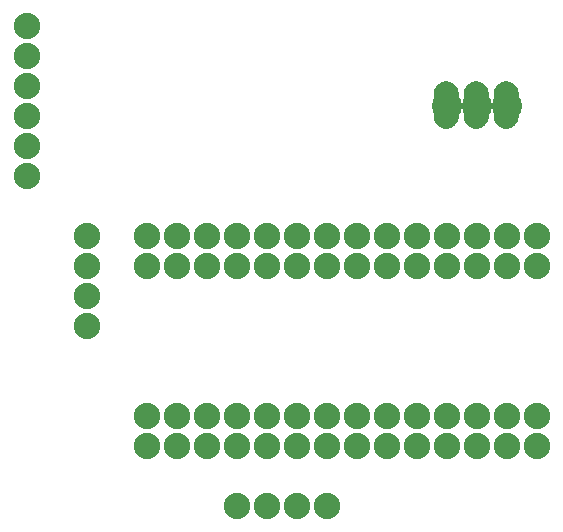
<source format=gts>
G04 MADE WITH FRITZING*
G04 WWW.FRITZING.ORG*
G04 DOUBLE SIDED*
G04 HOLES PLATED*
G04 CONTOUR ON CENTER OF CONTOUR VECTOR*
%ASAXBY*%
%FSLAX23Y23*%
%MOIN*%
%OFA0B0*%
%SFA1.0B1.0*%
%ADD10C,0.088000*%
%ADD11C,0.100551*%
%ADD12R,0.001000X0.001000*%
%LNMASK1*%
G90*
G70*
G54D10*
X1779Y438D03*
X1679Y438D03*
X1579Y438D03*
X1479Y438D03*
X1379Y438D03*
X1279Y438D03*
X1179Y438D03*
X1079Y438D03*
X979Y438D03*
X879Y438D03*
X779Y438D03*
X679Y438D03*
X579Y438D03*
X479Y438D03*
X1779Y438D03*
X1679Y438D03*
X1579Y438D03*
X1479Y438D03*
X1379Y438D03*
X1279Y438D03*
X1179Y438D03*
X1079Y438D03*
X979Y438D03*
X879Y438D03*
X779Y438D03*
X679Y438D03*
X579Y438D03*
X479Y438D03*
X1779Y338D03*
X1679Y338D03*
X1579Y338D03*
X1479Y338D03*
X1379Y338D03*
X1279Y338D03*
X1179Y338D03*
X1079Y338D03*
X979Y338D03*
X879Y338D03*
X779Y338D03*
X679Y338D03*
X579Y338D03*
X479Y338D03*
X1779Y338D03*
X1679Y338D03*
X1579Y338D03*
X1479Y338D03*
X1379Y338D03*
X1279Y338D03*
X1179Y338D03*
X1079Y338D03*
X979Y338D03*
X879Y338D03*
X779Y338D03*
X679Y338D03*
X579Y338D03*
X479Y338D03*
X1779Y938D03*
X1679Y938D03*
X1579Y938D03*
X1479Y938D03*
X1379Y938D03*
X1279Y938D03*
X1179Y938D03*
X1079Y938D03*
X979Y938D03*
X879Y938D03*
X779Y938D03*
X679Y938D03*
X579Y938D03*
X479Y938D03*
X1779Y938D03*
X1679Y938D03*
X1579Y938D03*
X1479Y938D03*
X1379Y938D03*
X1279Y938D03*
X1179Y938D03*
X1079Y938D03*
X979Y938D03*
X879Y938D03*
X779Y938D03*
X679Y938D03*
X579Y938D03*
X479Y938D03*
X1779Y1038D03*
X1679Y1038D03*
X1579Y1038D03*
X1479Y1038D03*
X1379Y1038D03*
X1279Y1038D03*
X1179Y1038D03*
X1079Y1038D03*
X979Y1038D03*
X879Y1038D03*
X779Y1038D03*
X679Y1038D03*
X579Y1038D03*
X479Y1038D03*
X1779Y1038D03*
X1679Y1038D03*
X1579Y1038D03*
X1479Y1038D03*
X1379Y1038D03*
X1279Y1038D03*
X1179Y1038D03*
X1079Y1038D03*
X979Y1038D03*
X879Y1038D03*
X779Y1038D03*
X679Y1038D03*
X579Y1038D03*
X479Y1038D03*
G54D11*
X1679Y1473D03*
X1579Y1473D03*
X1479Y1473D03*
X1679Y1473D03*
X1579Y1473D03*
X1479Y1473D03*
G54D10*
X279Y738D03*
X279Y838D03*
X279Y938D03*
X279Y1038D03*
X279Y738D03*
X279Y838D03*
X279Y938D03*
X279Y1038D03*
X1079Y138D03*
X979Y138D03*
X879Y138D03*
X779Y138D03*
X1079Y138D03*
X979Y138D03*
X879Y138D03*
X779Y138D03*
X79Y1738D03*
X79Y1638D03*
X79Y1538D03*
X79Y1438D03*
X79Y1338D03*
X79Y1238D03*
X79Y1738D03*
X79Y1638D03*
X79Y1538D03*
X79Y1438D03*
X79Y1338D03*
X79Y1238D03*
G54D12*
X1472Y1553D02*
X1483Y1553D01*
X1572Y1553D02*
X1583Y1553D01*
X1672Y1553D02*
X1683Y1553D01*
X1468Y1552D02*
X1488Y1552D01*
X1568Y1552D02*
X1588Y1552D01*
X1668Y1552D02*
X1688Y1552D01*
X1465Y1551D02*
X1491Y1551D01*
X1565Y1551D02*
X1591Y1551D01*
X1665Y1551D02*
X1691Y1551D01*
X1462Y1550D02*
X1494Y1550D01*
X1562Y1550D02*
X1594Y1550D01*
X1662Y1550D02*
X1694Y1550D01*
X1460Y1549D02*
X1496Y1549D01*
X1560Y1549D02*
X1596Y1549D01*
X1660Y1549D02*
X1696Y1549D01*
X1458Y1548D02*
X1498Y1548D01*
X1558Y1548D02*
X1597Y1548D01*
X1658Y1548D02*
X1697Y1548D01*
X1456Y1547D02*
X1499Y1547D01*
X1556Y1547D02*
X1599Y1547D01*
X1656Y1547D02*
X1699Y1547D01*
X1455Y1546D02*
X1501Y1546D01*
X1555Y1546D02*
X1601Y1546D01*
X1655Y1546D02*
X1701Y1546D01*
X1454Y1545D02*
X1502Y1545D01*
X1554Y1545D02*
X1602Y1545D01*
X1654Y1545D02*
X1702Y1545D01*
X1452Y1544D02*
X1503Y1544D01*
X1552Y1544D02*
X1603Y1544D01*
X1652Y1544D02*
X1703Y1544D01*
X1451Y1543D02*
X1504Y1543D01*
X1551Y1543D02*
X1604Y1543D01*
X1651Y1543D02*
X1704Y1543D01*
X1450Y1542D02*
X1506Y1542D01*
X1550Y1542D02*
X1606Y1542D01*
X1650Y1542D02*
X1706Y1542D01*
X1449Y1541D02*
X1507Y1541D01*
X1549Y1541D02*
X1607Y1541D01*
X1649Y1541D02*
X1707Y1541D01*
X1448Y1540D02*
X1508Y1540D01*
X1548Y1540D02*
X1608Y1540D01*
X1648Y1540D02*
X1708Y1540D01*
X1447Y1539D02*
X1509Y1539D01*
X1547Y1539D02*
X1608Y1539D01*
X1647Y1539D02*
X1708Y1539D01*
X1446Y1538D02*
X1509Y1538D01*
X1546Y1538D02*
X1609Y1538D01*
X1646Y1538D02*
X1709Y1538D01*
X1445Y1537D02*
X1510Y1537D01*
X1545Y1537D02*
X1610Y1537D01*
X1645Y1537D02*
X1710Y1537D01*
X1445Y1536D02*
X1511Y1536D01*
X1545Y1536D02*
X1611Y1536D01*
X1645Y1536D02*
X1711Y1536D01*
X1444Y1535D02*
X1512Y1535D01*
X1544Y1535D02*
X1612Y1535D01*
X1644Y1535D02*
X1712Y1535D01*
X1443Y1534D02*
X1512Y1534D01*
X1543Y1534D02*
X1612Y1534D01*
X1643Y1534D02*
X1712Y1534D01*
X1443Y1533D02*
X1513Y1533D01*
X1543Y1533D02*
X1613Y1533D01*
X1643Y1533D02*
X1713Y1533D01*
X1442Y1532D02*
X1514Y1532D01*
X1542Y1532D02*
X1614Y1532D01*
X1642Y1532D02*
X1714Y1532D01*
X1441Y1531D02*
X1514Y1531D01*
X1541Y1531D02*
X1614Y1531D01*
X1641Y1531D02*
X1714Y1531D01*
X1441Y1530D02*
X1515Y1530D01*
X1541Y1530D02*
X1615Y1530D01*
X1641Y1530D02*
X1715Y1530D01*
X1440Y1529D02*
X1515Y1529D01*
X1540Y1529D02*
X1615Y1529D01*
X1640Y1529D02*
X1715Y1529D01*
X1440Y1528D02*
X1516Y1528D01*
X1540Y1528D02*
X1616Y1528D01*
X1640Y1528D02*
X1716Y1528D01*
X1439Y1527D02*
X1516Y1527D01*
X1539Y1527D02*
X1616Y1527D01*
X1639Y1527D02*
X1716Y1527D01*
X1439Y1526D02*
X1516Y1526D01*
X1539Y1526D02*
X1616Y1526D01*
X1639Y1526D02*
X1716Y1526D01*
X1439Y1525D02*
X1517Y1525D01*
X1539Y1525D02*
X1617Y1525D01*
X1639Y1525D02*
X1717Y1525D01*
X1438Y1524D02*
X1517Y1524D01*
X1538Y1524D02*
X1617Y1524D01*
X1638Y1524D02*
X1717Y1524D01*
X1438Y1523D02*
X1518Y1523D01*
X1538Y1523D02*
X1618Y1523D01*
X1638Y1523D02*
X1718Y1523D01*
X1438Y1522D02*
X1518Y1522D01*
X1538Y1522D02*
X1618Y1522D01*
X1638Y1522D02*
X1718Y1522D01*
X1437Y1521D02*
X1518Y1521D01*
X1537Y1521D02*
X1618Y1521D01*
X1637Y1521D02*
X1718Y1521D01*
X1437Y1520D02*
X1518Y1520D01*
X1537Y1520D02*
X1618Y1520D01*
X1637Y1520D02*
X1718Y1520D01*
X1437Y1519D02*
X1519Y1519D01*
X1537Y1519D02*
X1619Y1519D01*
X1637Y1519D02*
X1719Y1519D01*
X1437Y1518D02*
X1519Y1518D01*
X1537Y1518D02*
X1619Y1518D01*
X1637Y1518D02*
X1719Y1518D01*
X1437Y1517D02*
X1519Y1517D01*
X1537Y1517D02*
X1619Y1517D01*
X1637Y1517D02*
X1719Y1517D01*
X1437Y1516D02*
X1519Y1516D01*
X1537Y1516D02*
X1619Y1516D01*
X1637Y1516D02*
X1719Y1516D01*
X1436Y1515D02*
X1519Y1515D01*
X1536Y1515D02*
X1619Y1515D01*
X1636Y1515D02*
X1719Y1515D01*
X1436Y1514D02*
X1519Y1514D01*
X1536Y1514D02*
X1619Y1514D01*
X1636Y1514D02*
X1719Y1514D01*
X1436Y1513D02*
X1519Y1513D01*
X1536Y1513D02*
X1619Y1513D01*
X1636Y1513D02*
X1719Y1513D01*
X1436Y1512D02*
X1519Y1512D01*
X1536Y1512D02*
X1619Y1512D01*
X1636Y1512D02*
X1719Y1512D01*
X1436Y1511D02*
X1519Y1511D01*
X1536Y1511D02*
X1619Y1511D01*
X1636Y1511D02*
X1719Y1511D01*
X1436Y1510D02*
X1519Y1510D01*
X1536Y1510D02*
X1619Y1510D01*
X1636Y1510D02*
X1719Y1510D01*
X1436Y1509D02*
X1519Y1509D01*
X1536Y1509D02*
X1619Y1509D01*
X1636Y1509D02*
X1719Y1509D01*
X1436Y1508D02*
X1519Y1508D01*
X1536Y1508D02*
X1619Y1508D01*
X1636Y1508D02*
X1719Y1508D01*
X1436Y1507D02*
X1519Y1507D01*
X1536Y1507D02*
X1619Y1507D01*
X1636Y1507D02*
X1719Y1507D01*
X1436Y1506D02*
X1519Y1506D01*
X1536Y1506D02*
X1619Y1506D01*
X1636Y1506D02*
X1719Y1506D01*
X1436Y1505D02*
X1519Y1505D01*
X1536Y1505D02*
X1619Y1505D01*
X1636Y1505D02*
X1719Y1505D01*
X1436Y1504D02*
X1519Y1504D01*
X1536Y1504D02*
X1619Y1504D01*
X1636Y1504D02*
X1719Y1504D01*
X1436Y1503D02*
X1519Y1503D01*
X1536Y1503D02*
X1619Y1503D01*
X1636Y1503D02*
X1719Y1503D01*
X1436Y1502D02*
X1519Y1502D01*
X1536Y1502D02*
X1619Y1502D01*
X1636Y1502D02*
X1719Y1502D01*
X1436Y1501D02*
X1519Y1501D01*
X1536Y1501D02*
X1619Y1501D01*
X1636Y1501D02*
X1719Y1501D01*
X1436Y1500D02*
X1519Y1500D01*
X1536Y1500D02*
X1619Y1500D01*
X1636Y1500D02*
X1719Y1500D01*
X1436Y1499D02*
X1519Y1499D01*
X1536Y1499D02*
X1619Y1499D01*
X1636Y1499D02*
X1719Y1499D01*
X1436Y1498D02*
X1519Y1498D01*
X1536Y1498D02*
X1619Y1498D01*
X1636Y1498D02*
X1719Y1498D01*
X1436Y1497D02*
X1519Y1497D01*
X1536Y1497D02*
X1619Y1497D01*
X1636Y1497D02*
X1719Y1497D01*
X1436Y1496D02*
X1519Y1496D01*
X1536Y1496D02*
X1619Y1496D01*
X1636Y1496D02*
X1719Y1496D01*
X1436Y1495D02*
X1519Y1495D01*
X1536Y1495D02*
X1619Y1495D01*
X1636Y1495D02*
X1719Y1495D01*
X1436Y1494D02*
X1519Y1494D01*
X1536Y1494D02*
X1619Y1494D01*
X1636Y1494D02*
X1719Y1494D01*
X1436Y1493D02*
X1519Y1493D01*
X1536Y1493D02*
X1619Y1493D01*
X1636Y1493D02*
X1719Y1493D01*
X1436Y1492D02*
X1519Y1492D01*
X1536Y1492D02*
X1619Y1492D01*
X1636Y1492D02*
X1719Y1492D01*
X1436Y1491D02*
X1473Y1491D01*
X1483Y1491D02*
X1519Y1491D01*
X1536Y1491D02*
X1573Y1491D01*
X1583Y1491D02*
X1619Y1491D01*
X1636Y1491D02*
X1673Y1491D01*
X1683Y1491D02*
X1719Y1491D01*
X1436Y1490D02*
X1470Y1490D01*
X1486Y1490D02*
X1519Y1490D01*
X1536Y1490D02*
X1570Y1490D01*
X1586Y1490D02*
X1619Y1490D01*
X1636Y1490D02*
X1670Y1490D01*
X1686Y1490D02*
X1719Y1490D01*
X1436Y1489D02*
X1468Y1489D01*
X1488Y1489D02*
X1519Y1489D01*
X1536Y1489D02*
X1568Y1489D01*
X1588Y1489D02*
X1619Y1489D01*
X1636Y1489D02*
X1668Y1489D01*
X1688Y1489D02*
X1719Y1489D01*
X1436Y1488D02*
X1466Y1488D01*
X1489Y1488D02*
X1519Y1488D01*
X1536Y1488D02*
X1566Y1488D01*
X1589Y1488D02*
X1619Y1488D01*
X1636Y1488D02*
X1666Y1488D01*
X1689Y1488D02*
X1719Y1488D01*
X1436Y1487D02*
X1465Y1487D01*
X1490Y1487D02*
X1519Y1487D01*
X1536Y1487D02*
X1565Y1487D01*
X1590Y1487D02*
X1619Y1487D01*
X1636Y1487D02*
X1665Y1487D01*
X1690Y1487D02*
X1719Y1487D01*
X1436Y1486D02*
X1464Y1486D01*
X1491Y1486D02*
X1519Y1486D01*
X1536Y1486D02*
X1564Y1486D01*
X1591Y1486D02*
X1619Y1486D01*
X1636Y1486D02*
X1664Y1486D01*
X1691Y1486D02*
X1719Y1486D01*
X1436Y1485D02*
X1464Y1485D01*
X1492Y1485D02*
X1519Y1485D01*
X1536Y1485D02*
X1564Y1485D01*
X1592Y1485D02*
X1619Y1485D01*
X1636Y1485D02*
X1664Y1485D01*
X1692Y1485D02*
X1719Y1485D01*
X1436Y1484D02*
X1463Y1484D01*
X1493Y1484D02*
X1519Y1484D01*
X1536Y1484D02*
X1563Y1484D01*
X1593Y1484D02*
X1619Y1484D01*
X1636Y1484D02*
X1663Y1484D01*
X1693Y1484D02*
X1719Y1484D01*
X1436Y1483D02*
X1462Y1483D01*
X1493Y1483D02*
X1519Y1483D01*
X1536Y1483D02*
X1562Y1483D01*
X1593Y1483D02*
X1619Y1483D01*
X1636Y1483D02*
X1662Y1483D01*
X1693Y1483D02*
X1719Y1483D01*
X1436Y1482D02*
X1462Y1482D01*
X1494Y1482D02*
X1519Y1482D01*
X1536Y1482D02*
X1562Y1482D01*
X1594Y1482D02*
X1619Y1482D01*
X1636Y1482D02*
X1662Y1482D01*
X1694Y1482D02*
X1719Y1482D01*
X1436Y1481D02*
X1461Y1481D01*
X1494Y1481D02*
X1519Y1481D01*
X1536Y1481D02*
X1561Y1481D01*
X1594Y1481D02*
X1619Y1481D01*
X1636Y1481D02*
X1661Y1481D01*
X1694Y1481D02*
X1719Y1481D01*
X1436Y1480D02*
X1461Y1480D01*
X1494Y1480D02*
X1519Y1480D01*
X1536Y1480D02*
X1561Y1480D01*
X1594Y1480D02*
X1619Y1480D01*
X1636Y1480D02*
X1661Y1480D01*
X1694Y1480D02*
X1719Y1480D01*
X1436Y1479D02*
X1461Y1479D01*
X1495Y1479D02*
X1519Y1479D01*
X1536Y1479D02*
X1561Y1479D01*
X1595Y1479D02*
X1619Y1479D01*
X1636Y1479D02*
X1661Y1479D01*
X1695Y1479D02*
X1719Y1479D01*
X1436Y1478D02*
X1461Y1478D01*
X1495Y1478D02*
X1519Y1478D01*
X1536Y1478D02*
X1561Y1478D01*
X1595Y1478D02*
X1619Y1478D01*
X1636Y1478D02*
X1661Y1478D01*
X1695Y1478D02*
X1719Y1478D01*
X1436Y1477D02*
X1461Y1477D01*
X1495Y1477D02*
X1519Y1477D01*
X1536Y1477D02*
X1560Y1477D01*
X1595Y1477D02*
X1619Y1477D01*
X1636Y1477D02*
X1660Y1477D01*
X1695Y1477D02*
X1719Y1477D01*
X1436Y1476D02*
X1460Y1476D01*
X1495Y1476D02*
X1519Y1476D01*
X1536Y1476D02*
X1560Y1476D01*
X1595Y1476D02*
X1619Y1476D01*
X1636Y1476D02*
X1660Y1476D01*
X1695Y1476D02*
X1719Y1476D01*
X1436Y1475D02*
X1460Y1475D01*
X1495Y1475D02*
X1519Y1475D01*
X1536Y1475D02*
X1560Y1475D01*
X1595Y1475D02*
X1619Y1475D01*
X1636Y1475D02*
X1660Y1475D01*
X1695Y1475D02*
X1719Y1475D01*
X1436Y1474D02*
X1460Y1474D01*
X1495Y1474D02*
X1519Y1474D01*
X1536Y1474D02*
X1560Y1474D01*
X1595Y1474D02*
X1619Y1474D01*
X1636Y1474D02*
X1660Y1474D01*
X1695Y1474D02*
X1719Y1474D01*
X1436Y1473D02*
X1460Y1473D01*
X1495Y1473D02*
X1519Y1473D01*
X1536Y1473D02*
X1560Y1473D01*
X1595Y1473D02*
X1619Y1473D01*
X1636Y1473D02*
X1660Y1473D01*
X1695Y1473D02*
X1719Y1473D01*
X1436Y1472D02*
X1461Y1472D01*
X1495Y1472D02*
X1519Y1472D01*
X1536Y1472D02*
X1560Y1472D01*
X1595Y1472D02*
X1619Y1472D01*
X1636Y1472D02*
X1660Y1472D01*
X1695Y1472D02*
X1719Y1472D01*
X1436Y1471D02*
X1461Y1471D01*
X1495Y1471D02*
X1519Y1471D01*
X1536Y1471D02*
X1561Y1471D01*
X1595Y1471D02*
X1619Y1471D01*
X1636Y1471D02*
X1661Y1471D01*
X1695Y1471D02*
X1719Y1471D01*
X1436Y1470D02*
X1461Y1470D01*
X1495Y1470D02*
X1519Y1470D01*
X1536Y1470D02*
X1561Y1470D01*
X1595Y1470D02*
X1619Y1470D01*
X1636Y1470D02*
X1661Y1470D01*
X1695Y1470D02*
X1719Y1470D01*
X1436Y1469D02*
X1461Y1469D01*
X1494Y1469D02*
X1519Y1469D01*
X1536Y1469D02*
X1561Y1469D01*
X1594Y1469D02*
X1619Y1469D01*
X1636Y1469D02*
X1661Y1469D01*
X1694Y1469D02*
X1719Y1469D01*
X1436Y1468D02*
X1461Y1468D01*
X1494Y1468D02*
X1519Y1468D01*
X1536Y1468D02*
X1561Y1468D01*
X1594Y1468D02*
X1619Y1468D01*
X1636Y1468D02*
X1661Y1468D01*
X1694Y1468D02*
X1719Y1468D01*
X1436Y1467D02*
X1462Y1467D01*
X1494Y1467D02*
X1519Y1467D01*
X1536Y1467D02*
X1562Y1467D01*
X1594Y1467D02*
X1619Y1467D01*
X1636Y1467D02*
X1662Y1467D01*
X1694Y1467D02*
X1719Y1467D01*
X1436Y1466D02*
X1462Y1466D01*
X1493Y1466D02*
X1519Y1466D01*
X1536Y1466D02*
X1562Y1466D01*
X1593Y1466D02*
X1619Y1466D01*
X1636Y1466D02*
X1662Y1466D01*
X1693Y1466D02*
X1719Y1466D01*
X1436Y1465D02*
X1463Y1465D01*
X1493Y1465D02*
X1519Y1465D01*
X1536Y1465D02*
X1563Y1465D01*
X1593Y1465D02*
X1619Y1465D01*
X1636Y1465D02*
X1663Y1465D01*
X1693Y1465D02*
X1719Y1465D01*
X1436Y1464D02*
X1464Y1464D01*
X1492Y1464D02*
X1519Y1464D01*
X1536Y1464D02*
X1564Y1464D01*
X1592Y1464D02*
X1619Y1464D01*
X1636Y1464D02*
X1664Y1464D01*
X1692Y1464D02*
X1719Y1464D01*
X1436Y1463D02*
X1464Y1463D01*
X1491Y1463D02*
X1519Y1463D01*
X1536Y1463D02*
X1564Y1463D01*
X1591Y1463D02*
X1619Y1463D01*
X1636Y1463D02*
X1664Y1463D01*
X1691Y1463D02*
X1719Y1463D01*
X1436Y1462D02*
X1465Y1462D01*
X1490Y1462D02*
X1519Y1462D01*
X1536Y1462D02*
X1565Y1462D01*
X1590Y1462D02*
X1619Y1462D01*
X1636Y1462D02*
X1665Y1462D01*
X1690Y1462D02*
X1719Y1462D01*
X1436Y1461D02*
X1467Y1461D01*
X1489Y1461D02*
X1519Y1461D01*
X1536Y1461D02*
X1567Y1461D01*
X1589Y1461D02*
X1619Y1461D01*
X1636Y1461D02*
X1667Y1461D01*
X1689Y1461D02*
X1719Y1461D01*
X1436Y1460D02*
X1468Y1460D01*
X1488Y1460D02*
X1519Y1460D01*
X1536Y1460D02*
X1568Y1460D01*
X1588Y1460D02*
X1619Y1460D01*
X1636Y1460D02*
X1668Y1460D01*
X1688Y1460D02*
X1719Y1460D01*
X1436Y1459D02*
X1470Y1459D01*
X1486Y1459D02*
X1519Y1459D01*
X1536Y1459D02*
X1570Y1459D01*
X1586Y1459D02*
X1619Y1459D01*
X1636Y1459D02*
X1670Y1459D01*
X1686Y1459D02*
X1719Y1459D01*
X1436Y1458D02*
X1473Y1458D01*
X1482Y1458D02*
X1519Y1458D01*
X1536Y1458D02*
X1573Y1458D01*
X1582Y1458D02*
X1619Y1458D01*
X1636Y1458D02*
X1673Y1458D01*
X1682Y1458D02*
X1719Y1458D01*
X1436Y1457D02*
X1519Y1457D01*
X1536Y1457D02*
X1619Y1457D01*
X1636Y1457D02*
X1719Y1457D01*
X1436Y1456D02*
X1519Y1456D01*
X1536Y1456D02*
X1619Y1456D01*
X1636Y1456D02*
X1719Y1456D01*
X1436Y1455D02*
X1519Y1455D01*
X1536Y1455D02*
X1619Y1455D01*
X1636Y1455D02*
X1719Y1455D01*
X1436Y1454D02*
X1519Y1454D01*
X1536Y1454D02*
X1619Y1454D01*
X1636Y1454D02*
X1719Y1454D01*
X1436Y1453D02*
X1519Y1453D01*
X1536Y1453D02*
X1619Y1453D01*
X1636Y1453D02*
X1719Y1453D01*
X1436Y1452D02*
X1519Y1452D01*
X1536Y1452D02*
X1619Y1452D01*
X1636Y1452D02*
X1719Y1452D01*
X1436Y1451D02*
X1519Y1451D01*
X1536Y1451D02*
X1619Y1451D01*
X1636Y1451D02*
X1719Y1451D01*
X1436Y1450D02*
X1519Y1450D01*
X1536Y1450D02*
X1619Y1450D01*
X1636Y1450D02*
X1719Y1450D01*
X1436Y1449D02*
X1519Y1449D01*
X1536Y1449D02*
X1619Y1449D01*
X1636Y1449D02*
X1719Y1449D01*
X1436Y1448D02*
X1519Y1448D01*
X1536Y1448D02*
X1619Y1448D01*
X1636Y1448D02*
X1719Y1448D01*
X1436Y1447D02*
X1519Y1447D01*
X1536Y1447D02*
X1619Y1447D01*
X1636Y1447D02*
X1719Y1447D01*
X1436Y1446D02*
X1519Y1446D01*
X1536Y1446D02*
X1619Y1446D01*
X1636Y1446D02*
X1719Y1446D01*
X1436Y1445D02*
X1519Y1445D01*
X1536Y1445D02*
X1619Y1445D01*
X1636Y1445D02*
X1719Y1445D01*
X1436Y1444D02*
X1519Y1444D01*
X1536Y1444D02*
X1619Y1444D01*
X1636Y1444D02*
X1719Y1444D01*
X1436Y1443D02*
X1519Y1443D01*
X1536Y1443D02*
X1619Y1443D01*
X1636Y1443D02*
X1719Y1443D01*
X1436Y1442D02*
X1519Y1442D01*
X1536Y1442D02*
X1619Y1442D01*
X1636Y1442D02*
X1719Y1442D01*
X1436Y1441D02*
X1519Y1441D01*
X1536Y1441D02*
X1619Y1441D01*
X1636Y1441D02*
X1719Y1441D01*
X1436Y1440D02*
X1519Y1440D01*
X1536Y1440D02*
X1619Y1440D01*
X1636Y1440D02*
X1719Y1440D01*
X1436Y1439D02*
X1519Y1439D01*
X1536Y1439D02*
X1619Y1439D01*
X1636Y1439D02*
X1719Y1439D01*
X1436Y1438D02*
X1519Y1438D01*
X1536Y1438D02*
X1619Y1438D01*
X1636Y1438D02*
X1719Y1438D01*
X1436Y1437D02*
X1519Y1437D01*
X1536Y1437D02*
X1619Y1437D01*
X1636Y1437D02*
X1719Y1437D01*
X1436Y1436D02*
X1519Y1436D01*
X1536Y1436D02*
X1619Y1436D01*
X1636Y1436D02*
X1719Y1436D01*
X1436Y1435D02*
X1519Y1435D01*
X1536Y1435D02*
X1619Y1435D01*
X1636Y1435D02*
X1719Y1435D01*
X1436Y1434D02*
X1519Y1434D01*
X1536Y1434D02*
X1619Y1434D01*
X1636Y1434D02*
X1719Y1434D01*
X1437Y1433D02*
X1519Y1433D01*
X1537Y1433D02*
X1619Y1433D01*
X1637Y1433D02*
X1719Y1433D01*
X1437Y1432D02*
X1519Y1432D01*
X1537Y1432D02*
X1619Y1432D01*
X1637Y1432D02*
X1719Y1432D01*
X1437Y1431D02*
X1519Y1431D01*
X1537Y1431D02*
X1619Y1431D01*
X1637Y1431D02*
X1719Y1431D01*
X1437Y1430D02*
X1519Y1430D01*
X1537Y1430D02*
X1619Y1430D01*
X1637Y1430D02*
X1718Y1430D01*
X1437Y1429D02*
X1518Y1429D01*
X1537Y1429D02*
X1618Y1429D01*
X1637Y1429D02*
X1718Y1429D01*
X1438Y1428D02*
X1518Y1428D01*
X1538Y1428D02*
X1618Y1428D01*
X1637Y1428D02*
X1718Y1428D01*
X1438Y1427D02*
X1518Y1427D01*
X1538Y1427D02*
X1618Y1427D01*
X1638Y1427D02*
X1718Y1427D01*
X1438Y1426D02*
X1518Y1426D01*
X1538Y1426D02*
X1617Y1426D01*
X1638Y1426D02*
X1717Y1426D01*
X1438Y1425D02*
X1517Y1425D01*
X1538Y1425D02*
X1617Y1425D01*
X1638Y1425D02*
X1717Y1425D01*
X1439Y1424D02*
X1517Y1424D01*
X1539Y1424D02*
X1617Y1424D01*
X1639Y1424D02*
X1717Y1424D01*
X1439Y1423D02*
X1516Y1423D01*
X1539Y1423D02*
X1616Y1423D01*
X1639Y1423D02*
X1716Y1423D01*
X1439Y1422D02*
X1516Y1422D01*
X1539Y1422D02*
X1616Y1422D01*
X1639Y1422D02*
X1716Y1422D01*
X1440Y1421D02*
X1516Y1421D01*
X1540Y1421D02*
X1616Y1421D01*
X1640Y1421D02*
X1716Y1421D01*
X1440Y1420D02*
X1515Y1420D01*
X1540Y1420D02*
X1615Y1420D01*
X1640Y1420D02*
X1715Y1420D01*
X1441Y1419D02*
X1515Y1419D01*
X1541Y1419D02*
X1615Y1419D01*
X1641Y1419D02*
X1715Y1419D01*
X1441Y1418D02*
X1514Y1418D01*
X1541Y1418D02*
X1614Y1418D01*
X1641Y1418D02*
X1714Y1418D01*
X1442Y1417D02*
X1514Y1417D01*
X1542Y1417D02*
X1614Y1417D01*
X1642Y1417D02*
X1714Y1417D01*
X1443Y1416D02*
X1513Y1416D01*
X1543Y1416D02*
X1613Y1416D01*
X1643Y1416D02*
X1713Y1416D01*
X1443Y1415D02*
X1512Y1415D01*
X1543Y1415D02*
X1612Y1415D01*
X1643Y1415D02*
X1712Y1415D01*
X1444Y1414D02*
X1512Y1414D01*
X1544Y1414D02*
X1612Y1414D01*
X1644Y1414D02*
X1712Y1414D01*
X1445Y1413D02*
X1511Y1413D01*
X1545Y1413D02*
X1611Y1413D01*
X1645Y1413D02*
X1711Y1413D01*
X1445Y1412D02*
X1510Y1412D01*
X1545Y1412D02*
X1610Y1412D01*
X1645Y1412D02*
X1710Y1412D01*
X1446Y1411D02*
X1509Y1411D01*
X1546Y1411D02*
X1609Y1411D01*
X1646Y1411D02*
X1709Y1411D01*
X1447Y1410D02*
X1508Y1410D01*
X1547Y1410D02*
X1608Y1410D01*
X1647Y1410D02*
X1708Y1410D01*
X1448Y1409D02*
X1508Y1409D01*
X1548Y1409D02*
X1608Y1409D01*
X1648Y1409D02*
X1707Y1409D01*
X1449Y1408D02*
X1507Y1408D01*
X1549Y1408D02*
X1607Y1408D01*
X1649Y1408D02*
X1707Y1408D01*
X1450Y1407D02*
X1505Y1407D01*
X1550Y1407D02*
X1605Y1407D01*
X1650Y1407D02*
X1705Y1407D01*
X1451Y1406D02*
X1504Y1406D01*
X1551Y1406D02*
X1604Y1406D01*
X1651Y1406D02*
X1704Y1406D01*
X1452Y1405D02*
X1503Y1405D01*
X1552Y1405D02*
X1603Y1405D01*
X1652Y1405D02*
X1703Y1405D01*
X1454Y1404D02*
X1502Y1404D01*
X1554Y1404D02*
X1602Y1404D01*
X1654Y1404D02*
X1702Y1404D01*
X1455Y1403D02*
X1501Y1403D01*
X1555Y1403D02*
X1601Y1403D01*
X1655Y1403D02*
X1701Y1403D01*
X1457Y1402D02*
X1499Y1402D01*
X1557Y1402D02*
X1599Y1402D01*
X1657Y1402D02*
X1699Y1402D01*
X1458Y1401D02*
X1497Y1401D01*
X1558Y1401D02*
X1597Y1401D01*
X1658Y1401D02*
X1697Y1401D01*
X1460Y1400D02*
X1495Y1400D01*
X1560Y1400D02*
X1595Y1400D01*
X1660Y1400D02*
X1695Y1400D01*
X1462Y1399D02*
X1493Y1399D01*
X1562Y1399D02*
X1593Y1399D01*
X1662Y1399D02*
X1693Y1399D01*
X1465Y1398D02*
X1491Y1398D01*
X1565Y1398D02*
X1591Y1398D01*
X1665Y1398D02*
X1691Y1398D01*
X1468Y1397D02*
X1488Y1397D01*
X1568Y1397D02*
X1588Y1397D01*
X1668Y1397D02*
X1688Y1397D01*
X1473Y1396D02*
X1483Y1396D01*
X1573Y1396D02*
X1583Y1396D01*
X1673Y1396D02*
X1683Y1396D01*
D02*
G04 End of Mask1*
M02*
</source>
